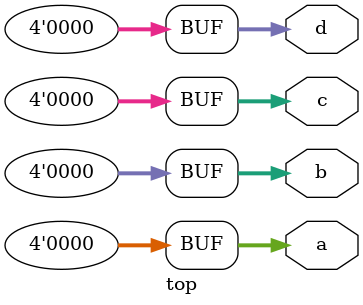
<source format=sv>
/* Generated by Synlig (git sha1 896361b1c, g++ 12.2.0-14 -fPIC -O3) */

(* keep =  1  *)
(* top =  1  *)
(* src = "/root/synlig/synlig/tests/simple_tests/ParameterPackedArray/top.sv:1.1-23.10" *)
module top(a, b, c, d);
  (* src = "/root/synlig/synlig/tests/simple_tests/ParameterPackedArray/top.sv:1.30-1.31" *)
  output [3:0] a;
  wire [3:0] a;
  (* src = "/root/synlig/synlig/tests/simple_tests/ParameterPackedArray/top.sv:1.33-1.34" *)
  output [3:0] b;
  wire [3:0] b;
  (* src = "/root/synlig/synlig/tests/simple_tests/ParameterPackedArray/top.sv:1.36-1.37" *)
  output [3:0] c;
  wire [3:0] c;
  (* src = "/root/synlig/synlig/tests/simple_tests/ParameterPackedArray/top.sv:1.39-1.40" *)
  output [3:0] d;
  wire [3:0] d;
  always @*
    if (1'h1) begin
      assert (1'h0);
    end
  always @*
    if (1'h1) begin
      assert (1'h0);
    end
  always @*
    if (1'h1) begin
      assert (1'h0);
    end
  always @*
    if (1'h1) begin
      assert (1'h0);
    end
  assign a = 4'h0;
  assign b = 4'h0;
  assign c = 4'h0;
  assign d = 4'h0;
endmodule

</source>
